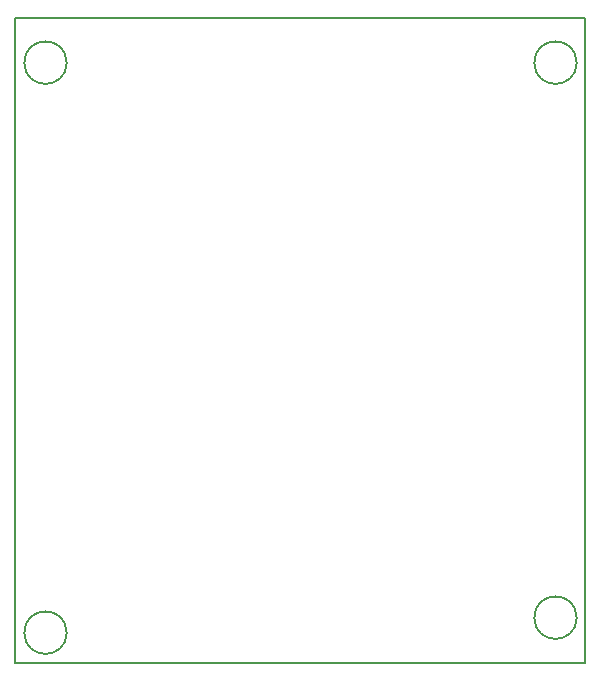
<source format=gbr>
G04 #@! TF.GenerationSoftware,KiCad,Pcbnew,(5.0.0)*
G04 #@! TF.CreationDate,2019-02-06T23:56:32-08:00*
G04 #@! TF.ProjectId,Tele(8)_PCB_v1,54656C652838295F5043425F76312E6B,rev?*
G04 #@! TF.SameCoordinates,Original*
G04 #@! TF.FileFunction,Profile,NP*
%FSLAX46Y46*%
G04 Gerber Fmt 4.6, Leading zero omitted, Abs format (unit mm)*
G04 Created by KiCad (PCBNEW (5.0.0)) date 02/06/19 23:56:32*
%MOMM*%
%LPD*%
G01*
G04 APERTURE LIST*
%ADD10C,0.200000*%
G04 APERTURE END LIST*
D10*
X95776051Y-121920000D02*
G75*
G03X95776051Y-121920000I-1796051J0D01*
G01*
X95776051Y-73660000D02*
G75*
G03X95776051Y-73660000I-1796051J0D01*
G01*
X138956051Y-120650000D02*
G75*
G03X138956051Y-120650000I-1796051J0D01*
G01*
X138956051Y-73660000D02*
G75*
G03X138956051Y-73660000I-1796051J0D01*
G01*
X139700000Y-69850000D02*
X139700000Y-124460000D01*
X139700000Y-69850000D02*
X91440000Y-69850000D01*
X91440000Y-124460000D02*
X139700000Y-124460000D01*
X92710000Y-124460000D02*
X92710000Y-124460000D01*
X91440000Y-69850000D02*
X91440000Y-124460000D01*
M02*

</source>
